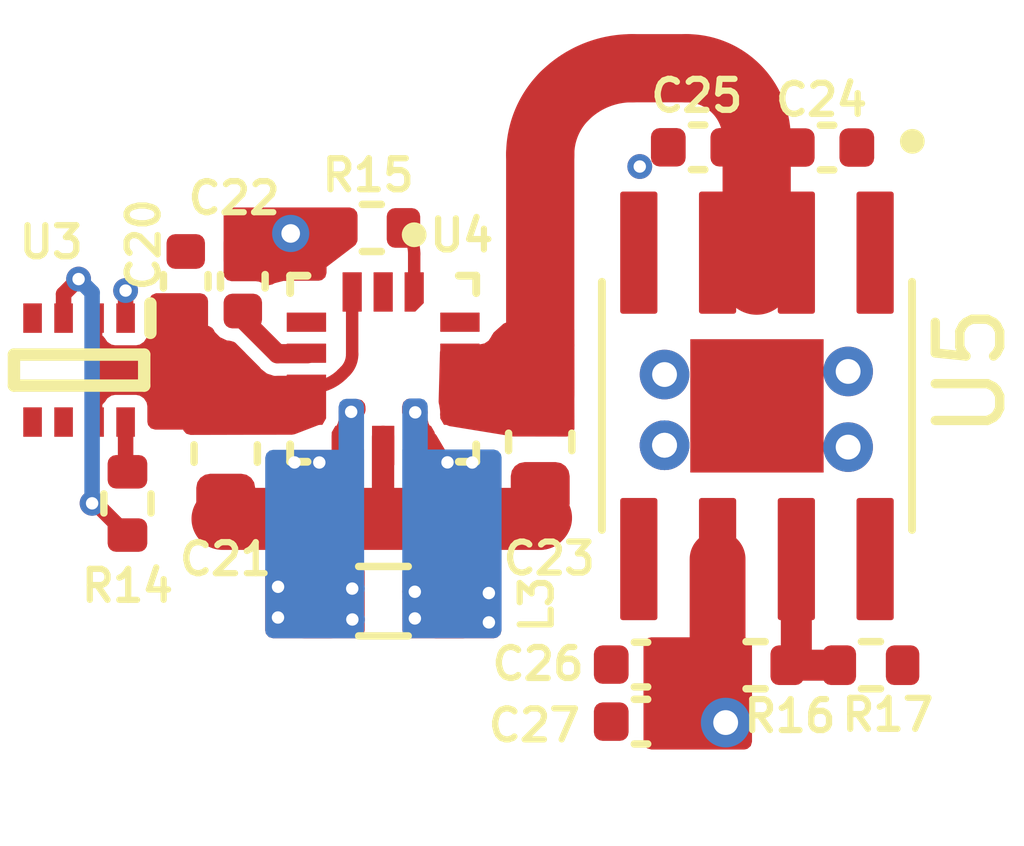
<source format=kicad_pcb>
(kicad_pcb (version 20211014) (generator pcbnew)
  (layers (0 "F.Cu" signal) (1 "In1.Cu" signal) (2 "In2.Cu" signal) (31 "B.Cu" signal) (34 "B.Paste" user) (35 "F.Paste" user) (36 "B.SilkS" user "B.Silkscreen") (37 "F.SilkS" user "F.Silkscreen") (38 "B.Mask" user) (39 "F.Mask" user) (44 "Edge.Cuts" user))
  (net 0 "")
  (net 1 "GND")
  (net 2 "+3V3")
  (net 3 "VBUS")
  (net 4 "RBUS_uC_V")
  (net 6 "/Power/BBIN")
  (net 7 "/Power/BIAS")
  (net 8 "/Power/BBOUT")
  (net 9 "/Power/LX1")
  (net 10 "/Power/LX2")
  (net 11 "/Power/SEL")
  (net 12 "/Power/FBIn")
  (net 13 "Net-(R14-Pad2)")
  (footprint "Resistor_SMD:R_0402_1005Metric" (layer "F.Cu") (at 180.817285 91.79)
    (fp_text reference "R17" (at 0.272715 0.8) (layer "F.SilkS") (effects (font (size 0.5 0.5) (thickness 0.1))))
    (fp_text value "10k")
    (fp_line (start -0.153641 0.38) (end 0.153641 0.38) (layer "F.SilkS") (width 0.12))
    (fp_line (start -0.153641 -0.38) (end 0.153641 -0.38) (layer "F.SilkS") (width 0.12))
    (pad "1" smd roundrect (at -0.51 0) (size 0.54 0.64) (layers "F.Cu" "F.Paste" "F.Mask") (net 12 "/Power/FBIn"))
    (pad "2" smd roundrect (at 0.51 0) (size 0.54 0.64) (layers "F.Cu" "F.Paste" "F.Mask") (net 1 "GND"))
  )
  (footprint "Capacitor_SMD:C_0402_1005Metric" (layer "F.Cu") (at 178.03 83.44 180)
    (fp_text reference "C25" (at 0.02 0.83) (layer "F.SilkS") (effects (font (size 0.5 0.5) (thickness 0.1))))
    (fp_text value "4.7uF")
    (fp_line (start -0.107836 -0.36) (end 0.107836 -0.36) (layer "F.SilkS") (width 0.12))
    (fp_line (start -0.107836 0.36) (end 0.107836 0.36) (layer "F.SilkS") (width 0.12))
    (pad "1" smd roundrect (at -0.48 0 180) (size 0.56 0.62) (layers "F.Cu" "F.Paste" "F.Mask") (net 8 "/Power/BBOUT"))
    (pad "2" smd roundrect (at 0.48 0 180) (size 0.56 0.62) (layers "F.Cu" "F.Paste" "F.Mask") (net 1 "GND"))
  )
  (footprint "iclr:SOTFL50P160X60-8N" (layer "F.Cu") (at 168.05 87.032 -90)
    (fp_text reference "U3" (at -2.062 0.45 180) (layer "F.SilkS") (effects (font (size 0.5 0.5) (thickness 0.1))))
    (fp_text value "LM66200DRLR" hide)
    (fp_line (start -1.075 -1.15) (end -0.6 -1.15) (layer "F.SilkS") (width 0.2))
    (fp_line (start 0.25 -1.05) (end 0.25 1.05) (layer "F.SilkS") (width 0.2))
    (fp_line (start -0.25 -1.05) (end 0.25 -1.05) (layer "F.SilkS") (width 0.2))
    (fp_line (start 0.25 1.05) (end -0.25 1.05) (layer "F.SilkS") (width 0.2))
    (fp_line (start -0.25 1.05) (end -0.25 -1.05) (layer "F.SilkS") (width 0.2))
    (pad "1" smd rect locked (at -0.838 -0.75) (size 0.3 0.475) (layers "F.Cu" "F.Paste" "F.Mask") (net 1 "GND"))
    (pad "2" smd rect locked (at -0.838 -0.25) (size 0.3 0.475) (layers "F.Cu" "F.Paste" "F.Mask") (net 6 "/Power/BBIN"))
    (pad "3" smd rect locked (at -0.838 0.25) (size 0.3 0.475) (layers "F.Cu" "F.Paste" "F.Mask") (net 3 "VBUS"))
    (pad "4" smd rect locked (at -0.838 0.75) (size 0.3 0.475) (layers "F.Cu" "F.Paste" "F.Mask") (net 1 "GND"))
    (pad "5" smd rect locked (at 0.838 0.75) (size 0.3 0.475) (layers "F.Cu" "F.Paste" "F.Mask") (net 1 "GND"))
    (pad "6" smd rect locked (at 0.838 0.25) (size 0.3 0.475) (layers "F.Cu" "F.Paste" "F.Mask") (net 4 "RBUS_uC_V"))
    (pad "7" smd rect locked (at 0.838 -0.25) (size 0.3 0.475) (layers "F.Cu" "F.Paste" "F.Mask") (net 6 "/Power/BBIN"))
    (pad "8" smd rect locked (at 0.838 -0.75) (size 0.3 0.475) (layers "F.Cu" "F.Paste" "F.Mask") (net 13 "Net-(R14-Pad2)"))
  )
  (footprint "Capacitor_SMD:C_0402_1005Metric" (layer "F.Cu") (at 177.11 92.7)
    (fp_text reference "C27" (at -1.72 0.06 180) (layer "F.SilkS") (effects (font (size 0.5 0.5) (thickness 0.1))))
    (fp_text value "0.1uF")
    (fp_line (start -0.107836 0.36) (end 0.107836 0.36) (layer "F.SilkS") (width 0.12))
    (fp_line (start -0.107836 -0.36) (end 0.107836 -0.36) (layer "F.SilkS") (width 0.12))
    (pad "1" smd roundrect (at -0.48 0) (size 0.56 0.62) (layers "F.Cu" "F.Paste" "F.Mask") (net 1 "GND"))
    (pad "2" smd roundrect (at 0.48 0) (size 0.56 0.62) (layers "F.Cu" "F.Paste" "F.Mask") (net 2 "+3V3"))
  )
  (footprint "Capacitor_SMD:C_0603_1608Metric" (layer "F.Cu") (at 175.485 88.19 -90)
    (fp_text reference "C23" (at 1.88 -0.145 180) (layer "F.SilkS") (effects (font (size 0.5 0.5) (thickness 0.1))))
    (fp_text value "22uF")
    (fp_line (start -0.14058 -0.51) (end 0.14058 -0.51) (layer "F.SilkS") (width 0.12))
    (fp_line (start -0.14058 0.51) (end 0.14058 0.51) (layer "F.SilkS") (width 0.12))
    (pad "1" smd roundrect (at -0.775 0 270) (size 0.9 0.95) (layers "F.Cu" "F.Paste" "F.Mask") (net 8 "/Power/BBOUT"))
    (pad "2" smd roundrect (at 0.775 0 270) (size 0.9 0.95) (layers "F.Cu" "F.Paste" "F.Mask") (net 1 "GND"))
  )
  (footprint "Resistor_SMD:R_0402_1005Metric" (layer "F.Cu") (at 168.83 89.182 90)
    (fp_text reference "R14" (at -1.328 0) (layer "F.SilkS") (effects (font (size 0.5 0.5) (thickness 0.1))))
    (fp_text value "10k")
    (fp_line (start -0.153641 0.38) (end 0.153641 0.38) (layer "F.SilkS") (width 0.12))
    (fp_line (start -0.153641 -0.38) (end 0.153641 -0.38) (layer "F.SilkS") (width 0.12))
    (pad "1" smd roundrect (at -0.51 0 90) (size 0.54 0.64) (layers "F.Cu" "F.Paste" "F.Mask") (net 3 "VBUS"))
    (pad "2" smd roundrect (at 0.51 0 90) (size 0.54 0.64) (layers "F.Cu" "F.Paste" "F.Mask") (net 13 "Net-(R14-Pad2)"))
  )
  (footprint "Capacitor_SMD:C_0402_1005Metric" (layer "F.Cu") (at 169.77 85.6 90)
    (fp_text reference "C20" (at 0.59 -0.68 270) (layer "F.SilkS") (effects (font (size 0.5 0.5) (thickness 0.1))))
    (fp_text value "10uF")
    (fp_line (start -0.107836 -0.36) (end 0.107836 -0.36) (layer "F.SilkS") (width 0.12))
    (fp_line (start -0.107836 0.36) (end 0.107836 0.36) (layer "F.SilkS") (width 0.12))
    (pad "1" smd roundrect (at -0.48 0 90) (size 0.56 0.62) (layers "F.Cu" "F.Paste" "F.Mask") (net 6 "/Power/BBIN"))
    (pad "2" smd roundrect (at 0.48 0 90) (size 0.56 0.62) (layers "F.Cu" "F.Paste" "F.Mask") (net 1 "GND"))
  )
  (footprint "Resistor_SMD:R_0402_1005Metric" (layer "F.Cu") (at 178.957285 91.79)
    (fp_text reference "R16" (at 0.552715 0.82) (layer "F.SilkS") (effects (font (size 0.5 0.5) (thickness 0.1))))
    (fp_text value "56k")
    (fp_line (start -0.153641 0.38) (end 0.153641 0.38) (layer "F.SilkS") (width 0.12))
    (fp_line (start -0.153641 -0.38) (end 0.153641 -0.38) (layer "F.SilkS") (width 0.12))
    (pad "1" smd roundrect (at -0.51 0) (size 0.54 0.64) (layers "F.Cu" "F.Paste" "F.Mask") (net 2 "+3V3"))
    (pad "2" smd roundrect (at 0.51 0) (size 0.54 0.64) (layers "F.Cu" "F.Paste" "F.Mask") (net 12 "/Power/FBIn"))
  )
  (footprint "Resistor_SMD:R_0402_1005Metric" (layer "F.Cu") (at 172.77 84.74 180)
    (fp_text reference "R15" (at 0.06 0.85 180) (layer "F.SilkS") (effects (font (size 0.5 0.5) (thickness 0.1))))
    (fp_text value "14k")
    (fp_line (start -0.153641 0.38) (end 0.153641 0.38) (layer "F.SilkS") (width 0.12))
    (fp_line (start -0.153641 -0.38) (end 0.153641 -0.38) (layer "F.SilkS") (width 0.12))
    (pad "1" smd roundrect (at -0.51 0 180) (size 0.54 0.64) (layers "F.Cu" "F.Paste" "F.Mask") (net 11 "/Power/SEL"))
    (pad "2" smd roundrect (at 0.51 0 180) (size 0.54 0.64) (layers "F.Cu" "F.Paste" "F.Mask") (net 1 "GND"))
  )
  (footprint "Capacitor_SMD:C_0402_1005Metric" (layer "F.Cu") (at 180.109508 83.443814)
    (fp_text reference "C24" (at -0.09 -0.77) (layer "F.SilkS") (effects (font (size 0.5 0.5) (thickness 0.1))))
    (fp_text value "10uF")
    (fp_line (start -0.107836 0.36) (end 0.107836 0.36) (layer "F.SilkS") (width 0.12))
    (fp_line (start -0.107836 -0.36) (end 0.107836 -0.36) (layer "F.SilkS") (width 0.12))
    (pad "1" smd roundrect (at -0.48 0) (size 0.56 0.62) (layers "F.Cu" "F.Paste" "F.Mask") (net 8 "/Power/BBOUT"))
    (pad "2" smd roundrect (at 0.48 0) (size 0.56 0.62) (layers "F.Cu" "F.Paste" "F.Mask") (net 1 "GND"))
  )
  (footprint "iclr:SOIC127P599X175-9N" (layer "F.Cu") (at 178.979508 87.608814 -90)
    (fp_text reference "U5" (at -0.555885 -3.440825 90) (layer "F.SilkS") (effects (font (size 1.03889 1.03889))))
    (fp_text value "SC4215")
    (fp_line (start -2 -2.5) (end 2 -2.5) (layer "F.SilkS") (width 0.127))
    (fp_line (start -2 2.5) (end 2 2.5) (layer "F.SilkS") (width 0.127))
    (fp_circle (center -4.265 -2.505) (end -4.165 -2.505) (layer "F.SilkS") (width 0.2) (fill none))
    (pad "1" smd roundrect locked (at -2.47 -1.905 270) (size 1.97 0.6) (layers "F.Cu" "F.Paste" "F.Mask") (roundrect_rratio 0.07))
    (pad "2" smd roundrect locked (at -2.47 -0.635 270) (size 1.97 0.6) (layers "F.Cu" "F.Paste" "F.Mask") (roundrect_rratio 0.07) (net 8 "/Power/BBOUT"))
    (pad "3" smd roundrect locked (at -2.47 0.635 270) (size 1.97 0.6) (layers "F.Cu" "F.Paste" "F.Mask") (roundrect_rratio 0.07) (net 8 "/Power/BBOUT"))
    (pad "4" smd roundrect locked (at -2.47 1.905 270) (size 1.97 0.6) (layers "F.Cu" "F.Paste" "F.Mask") (roundrect_rratio 0.07))
    (pad "5" smd roundrect locked (at 2.47 1.905 270) (size 1.97 0.6) (layers "F.Cu" "F.Paste" "F.Mask") (roundrect_rratio 0.07))
    (pad "6" smd roundrect locked (at 2.47 0.635 270) (size 1.97 0.6) (layers "F.Cu" "F.Paste" "F.Mask") (roundrect_rratio 0.07) (net 2 "+3V3"))
    (pad "7" smd roundrect locked (at 2.47 -0.635 270) (size 1.97 0.6) (layers "F.Cu" "F.Paste" "F.Mask") (roundrect_rratio 0.07) (net 12 "/Power/FBIn"))
    (pad "8" smd roundrect locked (at 2.47 -1.905 270) (size 1.97 0.6) (layers "F.Cu" "F.Paste" "F.Mask") (roundrect_rratio 0.07) (net 1 "GND"))
    (pad "9" smd rect locked (at 0 0) (size 2.15 2.15) (layers "F.Cu" "F.Mask") (net 1 "GND"))
  )
  (footprint "Capacitor_SMD:C_0402_1005Metric" (layer "F.Cu") (at 177.11 91.78)
    (fp_text reference "C26" (at -1.66 -0.01) (layer "F.SilkS") (effects (font (size 0.5 0.5) (thickness 0.1))))
    (fp_text value "10uF")
    (fp_line (start -0.107836 0.36) (end 0.107836 0.36) (layer "F.SilkS") (width 0.12))
    (fp_line (start -0.107836 -0.36) (end 0.107836 -0.36) (layer "F.SilkS") (width 0.12))
    (pad "1" smd roundrect (at -0.48 0) (size 0.56 0.62) (layers "F.Cu" "F.Paste" "F.Mask") (net 1 "GND"))
    (pad "2" smd roundrect (at 0.48 0) (size 0.56 0.62) (layers "F.Cu" "F.Paste" "F.Mask") (net 2 "+3V3"))
  )
  (footprint "iclr:CONV_MAX77827AEFD+T" (layer "F.Cu") (at 172.952926 87.01 -90)
    (fp_text reference "U4" (at -2.15 -1.267074 180) (layer "F.SilkS") (effects (font (size 0.5 0.5) (thickness 0.1))))
    (fp_text value "MAX77827AEFD+T")
    (fp_line (start 1.5 -1.5) (end 1.22 -1.5) (layer "F.SilkS") (width 0.127))
    (fp_line (start -1.5 -1.5) (end -1.5 -1.22) (layer "F.SilkS") (width 0.127))
    (fp_line (start 1.5 -1.5) (end 1.5 -1.22) (layer "F.SilkS") (width 0.127))
    (fp_line (start 1.5 1.5) (end 1.5 1.22) (layer "F.SilkS") (width 0.127))
    (fp_line (start -1.5 1.5) (end -1.5 1.22) (layer "F.SilkS") (width 0.127))
    (fp_line (start 1.5 1.5) (end 1.22 1.5) (layer "F.SilkS") (width 0.127))
    (fp_line (start -1.5 1.5) (end -1.22 1.5) (layer "F.SilkS") (width 0.127))
    (fp_line (start -1.5 -1.5) (end -1.22 -1.5) (layer "F.SilkS") (width 0.127))
    (fp_circle (center -2.16 -0.5) (end -2.06 -0.5) (layer "F.SilkS") (width 0.2) (fill none))
    (pad "1" smd custom (at -1.3 -0.5 270) (size 0.1 0.1) (layers "F.Cu") (net 11 "/Power/SEL") (options (clearance outline) (anchor rect)) (primitives (gr_poly (pts (xy -0.25 -0.15) (xy -0.25 0.15) (xy 0.375 0.15) (xy 0.375 -0.015) (xy 0.24 -0.15)) (width 0.01) (fill yes))))
    (pad "2" smd custom (at -1.3 0 270) (size 0.1 0.1) (layers "F.Cu") (options (clearance outline) (anchor rect)) (primitives (gr_poly (pts (xy -0.25 -0.15) (xy -0.25 0.15) (xy 0.375 0.15) (xy 0.375 -0.15)) (width 0.01) (fill yes))))
    (pad "3" smd custom (at -1.3 0.5 270) (size 0.1 0.1) (layers "F.Cu") (net 6 "/Power/BBIN") (options (clearance outline) (anchor rect)) (primitives (gr_poly (pts (xy -0.25 -0.15) (xy -0.25 0.15) (xy 0.375 0.15) (xy 0.375 -0.15)) (width 0.01) (fill yes))))
    (pad "4" smd custom (at -0.8 1.2 270) (size 0.1 0.1) (layers "F.Cu") (net 1 "GND") (options (clearance outline) (anchor rect)) (primitives (gr_poly (pts (xy -0.1 -0.275) (xy -0.1 0.35) (xy 0.2 0.35) (xy 0.2 -0.275)) (width 0.01) (fill yes))))
    (pad "5" smd custom (at -0.3 1.2 270) (size 0.1 0.1) (layers "F.Cu") (net 7 "/Power/BIAS") (options (clearance outline) (anchor rect)) (primitives (gr_poly (pts (xy -0.1 -0.275) (xy -0.1 0.35) (xy 0.2 0.35) (xy 0.2 -0.275)) (width 0.01) (fill yes))))
    (pad "6" smd custom (at 0.3 1.2 270) (size 0.1 0.1) (layers "F.Cu") (net 6 "/Power/BBIN") (options (clearance outline) (anchor rect)) (primitives (gr_poly (pts (xy -0.2 -0.275) (xy -0.2 0.35) (xy 0.6 0.35) (xy 0.6 -0.217) (xy 0.499 -0.275)) (width 0.01) (fill yes))))
    (pad "8" smd custom (at 1.1 0.6 270) (size 0.1 0.1) (layers "F.Cu") (net 9 "/Power/LX1") (options (clearance outline) (anchor rect)) (primitives (gr_poly (pts (xy -0.175 -0.125) (xy -0.175 0.167) (xy -0.074 0.225) (xy 0.45 0.225) (xy 0.45 -0.125)) (width 0.01) (fill yes))))
    (pad "9" smd custom (at 1.1 0 270) (size 0.1 0.1) (layers "F.Cu") (net 1 "GND") (options (clearance outline) (anchor rect)) (primitives (gr_poly (pts (xy -0.175 -0.175) (xy -0.175 0.175) (xy 0.45 0.175) (xy 0.45 -0.175)) (width 0.01) (fill yes))))
    (pad "10" smd custom (at 1.1 -0.7 270) (size 0.1 0.1) (layers "F.Cu") (net 10 "/Power/LX2") (options (clearance outline) (anchor rect)) (primitives (gr_poly (pts (xy -0.175 0.225) (xy -0.175 -0.067) (xy -0.074 -0.125) (xy 0.45 -0.125) (xy 0.45 0.225)) (width 0.01) (fill yes))))
    (pad "11" smd custom (at 0.5 -1.3 270) (size 0.1 0.1) (layers "F.Cu") (net 8 "/Power/BBOUT") (options (clearance outline) (anchor rect)) (primitives (gr_poly (pts (xy -0.4 0.375) (xy -0.4 -0.25) (xy 0.4 -0.25) (xy 0.4 0.317) (xy 0.299 0.375)) (width 0.01) (fill yes))))
    (pad "13" smd custom (at -0.3 -1.3 270) (size 0.1 0.1) (layers "F.Cu") (net 8 "/Power/BBOUT") (options (clearance outline) (anchor rect)) (primitives (gr_poly (pts (xy -0.1 0.375) (xy -0.1 -0.25) (xy 0.2 -0.25) (xy 0.2 0.375)) (width 0.01) (fill yes))))
    (pad "14" smd custom (at -0.8 -1.3 270) (size 0.1 0.1) (layers "F.Cu") (options (clearance outline) (anchor rect)) (primitives (gr_poly (pts (xy -0.1 0.375) (xy -0.1 -0.25) (xy 0.2 -0.25) (xy 0.2 0.375)) (width 0.01) (fill yes))))
  )
  (footprint "Capacitor_SMD:C_0603_1608Metric" (layer "F.Cu") (at 170.414377 88.377856 -90)
    (fp_text reference "C21" (at 1.702144 0.004377 180) (layer "F.SilkS") (effects (font (size 0.5 0.5) (thickness 0.1))))
    (fp_text value "10uF")
    (fp_line (start -0.14058 0.51) (end 0.14058 0.51) (layer "F.SilkS") (width 0.12))
    (fp_line (start -0.14058 -0.51) (end 0.14058 -0.51) (layer "F.SilkS") (width 0.12))
    (pad "1" smd roundrect (at -0.775 0 270) (size 0.9 0.95) (layers "F.Cu" "F.Paste" "F.Mask") (net 6 "/Power/BBIN"))
    (pad "2" smd roundrect (at 0.775 0 270) (size 0.9 0.95) (layers "F.Cu" "F.Paste" "F.Mask") (net 1 "GND"))
  )
  (footprint "Capacitor_SMD:C_0402_1005Metric" (layer "F.Cu") (at 170.69 85.6 90)
    (fp_text reference "C22" (at 1.34 -0.14 180) (layer "F.SilkS") (effects (font (size 0.5 0.5) (thickness 0.1))))
    (fp_text value "1uF")
    (fp_line (start -0.107836 0.36) (end 0.107836 0.36) (layer "F.SilkS") (width 0.12))
    (fp_line (start -0.107836 -0.36) (end 0.107836 -0.36) (layer "F.SilkS") (width 0.12))
    (pad "1" smd roundrect (at -0.48 0 90) (size 0.56 0.62) (layers "F.Cu" "F.Paste" "F.Mask") (net 7 "/Power/BIAS"))
    (pad "2" smd roundrect (at 0.48 0 90) (size 0.56 0.62) (layers "F.Cu" "F.Paste" "F.Mask") (net 1 "GND"))
  )
  (footprint "Inductor_SMD:L_0805_2012Metric" (layer "F.Cu") (at 172.957566 90.757961)
    (fp_text reference "L3" (at 2.470434 0.052039 90) (layer "F.SilkS") (effects (font (size 0.5 0.5) (thickness 0.1))))
    (fp_text value "1uH")
    (fp_line (start -0.399622 -0.56) (end 0.399622 -0.56) (layer "F.SilkS") (width 0.12))
    (fp_line (start -0.399622 0.56) (end 0.399622 0.56) (layer "F.SilkS") (width 0.12))
    (pad "1" smd roundrect (at -1.0625 0) (size 0.875 1.2) (layers "F.Cu" "F.Paste" "F.Mask") (net 9 "/Power/LX1"))
    (pad "2" smd roundrect (at 1.0625 0) (size 0.875 1.2) (layers "F.Cu" "F.Paste" "F.Mask") (net 10 "/Power/LX2"))
  )
  (segment (start 172.950705 88.10939) (end 172.950705 89.241165) (width 0.36) (layer "F.Cu") (net 1))
  (segment (start 175.481 89.431) (end 175.498 89.414) (width 1) (layer "F.Cu") (net 1))
  (segment (start 170.362537 89.431) (end 175.481 89.431) (width 1) (layer "F.Cu") (net 1))
  (segment (start 172.952926 89.241775) (end 172.944701 89.25) (width 0.25) (layer "F.Cu") (net 1))
  (segment (start 168.8 86.194) (end 168.8 85.75) (width 0.25) (layer "F.Cu") (net 1))
  (via (at 171.462 84.829) (size 0.6) (drill 0.3) (layers "F.Cu" "B.Cu") (net 1))
  (via (at 177.09 83.75) (size 0.4) (drill 0.2) (layers "F.Cu" "B.Cu") (net 1))
  (via (at 177.489508 88.243814) (size 0.8) (drill 0.4) (layers "F.Cu" "B.Cu") (net 1))
  (via (at 180.449508 88.273814) (size 0.8) (drill 0.4) (layers "F.Cu" "B.Cu") (net 1))
  (via (at 180.449508 87.053814) (size 0.8) (drill 0.4) (layers "F.Cu" "B.Cu") (net 1))
  (via (at 177.489508 88.243814) (size 0.8) (drill 0.4) (layers "F.Cu" "B.Cu") (net 1))
  (via (at 168.8 85.75) (size 0.4) (drill 0.2) (layers "F.Cu" "B.Cu") (net 1))
  (via (at 177.489508 87.103814) (size 0.8) (drill 0.4) (layers "F.Cu" "B.Cu") (net 1))
  (segment (start 178.344508 90.078814) (end 178.344508 91.687223) (width 0.9) (layer "F.Cu") (net 2))
  (via (at 178.475 92.715) (size 0.8) (drill 0.4) (layers "F.Cu" "B.Cu") (net 2))
  (segment (start 168.318 89.18) (end 168.83 89.692) (width 0.25) (layer "F.Cu") (net 3))
  (segment (start 168.26 89.18) (end 168.318 89.18) (width 0.25) (layer "F.Cu") (net 3))
  (segment (start 168.83 89.692) (end 168.888 89.692) (width 0.25) (layer "F.Cu") (net 3))
  (segment (start 167.8 86.194) (end 167.8 85.806917) (width 0.25) (layer "F.Cu") (net 3))
  (segment (start 167.8 85.806917) (end 168.042084 85.564833) (width 0.25) (layer "F.Cu") (net 3))
  (via (at 168.042084 85.564833) (size 0.4) (drill 0.2) (layers "F.Cu" "B.Cu") (net 3))
  (via (at 168.26 89.18) (size 0.4) (drill 0.2) (layers "F.Cu" "B.Cu") (net 3))
  (segment (start 168.26 85.782749) (end 168.042084 85.564833) (width 0.25) (layer "B.Cu") (net 3))
  (segment (start 168.26 89.18) (end 168.26 85.782749) (width 0.25) (layer "B.Cu") (net 3))
  (segment (start 172.452926 85.71) (end 172.452926 86.777373) (width 0.2) (layer "F.Cu") (net 6))
  (segment (start 172.34 87.05) (end 172.292132 87.097868) (width 0.2) (layer "F.Cu") (net 6))
  (segment (start 168.3 86.194) (end 168.3 87.87) (width 0.25) (layer "F.Cu") (net 6))
  (arc (start 172.292132 87.097868) (mid 172.057163 87.254869) (end 171.78 87.31) (width 0.2) (layer "F.Cu") (net 6))
  (arc (start 172.452926 86.777373) (mid 172.423577 86.924918) (end 172.34 87.05) (width 0.2) (layer "F.Cu") (net 6))
  (segment (start 170.69 86.08) (end 170.69 86.173764) (width 0.25) (layer "F.Cu") (net 7))
  (segment (start 170.671882 86.191882) (end 171.248118 86.768118) (width 0.31) (layer "F.Cu") (net 7))
  (segment (start 171.248118 86.768118) (end 171.734808 86.768118) (width 0.31) (layer "F.Cu") (net 7))
  (segment (start 170.69 86.173764) (end 170.671882 86.191882) (width 0.25) (layer "F.Cu") (net 7))
  (segment (start 176.961396 82.165) (end 177.84365 82.165) (width 1.1) (layer "F.Cu") (net 8))
  (segment (start 175.485 87.415) (end 175.485 83.556543) (width 1.1) (layer "F.Cu") (net 8))
  (segment (start 178.975 83.29635) (end 178.975 85.59) (width 1.1) (layer "F.Cu") (net 8))
  (segment (start 179.614508 85.138814) (end 178.344508 85.138814) (width 0.25) (layer "F.Cu") (net 8))
  (arc (start 177.84365 82.165) (mid 178.643635 82.496365) (end 178.975 83.29635) (width 1.1) (layer "F.Cu") (net 8))
  (arc (start 175.485 83.556543) (mid 175.586358 83.046984) (end 175.875 82.615) (width 1.1) (layer "F.Cu") (net 8))
  (arc (start 175.875 82.615) (mid 176.373442 82.281951) (end 176.961396 82.165) (width 1.1) (layer "F.Cu") (net 8))
  (via (at 171.522475 88.520596) (size 0.4) (drill 0.2) (layers "F.Cu" "B.Cu") (net 9))
  (via (at 172.454 90.555) (size 0.4) (drill 0.2) (layers "F.Cu" "B.Cu") (net 9))
  (via (at 171.923 88.522) (size 0.4) (drill 0.2) (layers "F.Cu" "B.Cu") (net 9))
  (via (at 171.258 90.526) (size 0.4) (drill 0.2) (layers "F.Cu" "B.Cu") (net 9))
  (via (at 172.456 91.053) (size 0.4) (drill 0.2) (layers "F.Cu" "B.Cu") (net 9))
  (via (at 172.436814 87.705278) (size 0.4) (drill 0.2) (layers "F.Cu" "B.Cu") (net 9))
  (via (at 171.257 91.021) (size 0.4) (drill 0.2) (layers "F.Cu" "B.Cu") (net 9))
  (via (at 173.464 91.036) (size 0.4) (drill 0.2) (layers "F.Cu" "B.Cu") (net 10))
  (via (at 173.469778 87.713517) (size 0.4) (drill 0.2) (layers "F.Cu" "B.Cu") (net 10))
  (via (at 173.99 88.52) (size 0.4) (drill 0.2) (layers "F.Cu" "B.Cu") (net 10))
  (via (at 174.657566 91.1) (size 0.4) (drill 0.2) (layers "F.Cu" "B.Cu") (net 10))
  (via (at 174.657 90.627) (size 0.4) (drill 0.2) (layers "F.Cu" "B.Cu") (net 10))
  (via (at 173.463 90.606) (size 0.4) (drill 0.2) (layers "F.Cu" "B.Cu") (net 10))
  (via (at 174.388 88.522) (size 0.4) (drill 0.2) (layers "F.Cu" "B.Cu") (net 10))
  (segment (start 173.452926 85.71) (end 173.452926 85.15748) (width 0.2) (layer "F.Cu") (net 11))
  (arc (start 173.452926 85.15748) (mid 173.407984 84.931541) (end 173.28 84.74) (width 0.2) (layer "F.Cu") (net 11))
  (segment (start 179.467285 91.79) (end 180.307285 91.79) (width 0.5) (layer "F.Cu") (net 12))
  (segment (start 179.614508 91.642777) (end 179.467285 91.79) (width 0.25) (layer "F.Cu") (net 12))
  (segment (start 179.614508 90.078814) (end 179.614508 91.642777) (width 0.5) (layer "F.Cu") (net 12))
  (segment (start 168.8 87.87) (end 168.8 88.642) (width 0.25) (layer "F.Cu") (net 13))
  (segment (start 168.8 88.642) (end 168.83 88.672) (width 0.25) (layer "F.Cu") (net 13))
  (zone (net 6) (net_name "/Power/BBIN") (layer "F.Cu") (connect_pads (clearance 0.2)) (min_thickness 0.254) (fill yes (thermal_gap 0.508) (thermal_bridge_width 0.508))
    (polygon (pts (xy 172.030647 87.914922) (xy 171.907927 87.914922) (xy 171.397541 87.912641) (xy 171.397541 87.104182) (xy 172.030646 87.104182)))
  )
  (zone (net 1) (net_name "GND") (layer "F.Cu") (priority 5) (connect_pads yes (clearance 0.2)) (min_thickness 0.254) (fill yes (thermal_gap 0.508) (thermal_bridge_width 0.508) (smoothing fillet) (radius 0.1) (island_removal_mode 2) (island_area_min 0))
    (polygon (pts (xy 172.54 84.99) (xy 172.04 85.37) (xy 172.04 86.43) (xy 171.4125 86.4175) (xy 171.025 85.915) (xy 170.38 85.92) (xy 170.38 84.41) (xy 172.54 84.41)))
  )
  (zone (net 6) (net_name "/Power/BBIN") (layer "F.Cu") (connect_pads yes (clearance 0)) (min_thickness 0.254) (fill yes (thermal_gap 0.508) (thermal_bridge_width 0.508))
    (polygon (pts (xy 171.293 87.089) (xy 171.398 87.104) (xy 171.785 87.448) (xy 171.964 87.898) (xy 171.506 88.074) (xy 169.73088 88.077482) (xy 169.731 86.368985) (xy 170.587 86.369)))
  )
  (zone (net 8) (net_name "/Power/BBOUT") (layer "F.Cu") (connect_pads yes (clearance 0)) (min_thickness 0.254) (fill yes (thermal_gap 0.508) (thermal_bridge_width 0.508) (smoothing fillet) (radius 0.1))
    (polygon (pts (xy 176.032883 86.262002) (xy 176.033174 86.649475) (xy 174.472291 86.659473) (xy 174.92 86.26)))
  )
  (zone (net 8) (net_name "/Power/BBOUT") (layer "F.Cu") (connect_pads yes (clearance 0)) (min_thickness 0.254) (fill yes (thermal_gap 0.508) (thermal_bridge_width 0.508) (smoothing fillet) (radius 0.1))
    (polygon (pts (xy 175.18 86.61) (xy 176.033 86.612) (xy 176.037475 88.104499) (xy 175.048 88.103) (xy 173.837 87.905) (xy 173.872 86.604)))
  )
  (zone (net 2) (net_name "+3V3") (layer "F.Cu") (connect_pads yes (clearance 0.2)) (min_thickness 0.254) (fill yes (thermal_gap 0.508) (thermal_bridge_width 0.508) (smoothing fillet) (radius 0.1))
    (polygon (pts (xy 178.9 93.15) (xy 177.15 93.15) (xy 177.15 91.34) (xy 178.9 91.34)))
  )
  (zone (net 6) (net_name "/Power/BBIN") (layer "F.Cu") (connect_pads yes (clearance 0.2)) (min_thickness 0.254) (fill yes (thermal_gap 0.508) (thermal_bridge_width 0.508))
    (polygon (pts (xy 170.73 87.992) (xy 168.23 87.992) (xy 168.23 85.792) (xy 170.73 85.792)))
  )
  (zone (net 0) (net_name "") (layer "F.Cu") (name "gnda connection override") (connect_pads yes (clearance 0)) (min_thickness 0.254)
    (keepout (tracks not_allowed) (vias not_allowed) (pads not_allowed) (copperpour not_allowed) (footprints allowed))
    (fill (thermal_gap 0.508) (thermal_bridge_width 0.508) (island_removal_mode 2) (island_area_min 0))
    (polygon (pts (xy 172.539444 84.409895) (xy 170.379127 84.409894) (xy 170.379127 84.159894) (xy 172.539444 84.159895)))
  )
  (zone (net 10) (net_name "/Power/LX2") (layer "F.Cu") (connect_pads yes (clearance 0)) (min_thickness 0.254) (fill yes (thermal_gap 0.508) (thermal_bridge_width 0.508) (smoothing fillet) (radius 0.1))
    (polygon (pts (xy 174.601467 88.720398) (xy 173.423026 88.721398) (xy 173.423 88.319) (xy 174.6 88.319)))
  )
  (zone (net 10) (net_name "/Power/LX2") (layer "F.Cu") (connect_pads yes (clearance 0)) (min_thickness 0.254) (fill yes (thermal_gap 0.508) (thermal_bridge_width 0.508) (smoothing fillet) (radius 0.1))
    (polygon (pts (xy 174.861 91.356) (xy 173.262 91.356) (xy 173.262 90.156) (xy 174.861 90.156)))
  )
  (zone (net 10) (net_name "/Power/LX2") (layer "F.Cu") (connect_pads yes (clearance 0)) (min_thickness 0.254) (fill yes (thermal_gap 0.508) (thermal_bridge_width 0.508) (smoothing fillet) (radius 0.1))
    (polygon (pts (xy 173.689811 87.72734) (xy 173.708 87.871) (xy 173.723 87.933) (xy 173.974 88.358) (xy 173.424 88.358) (xy 173.423 87.936) (xy 173.258178 87.811032) (xy 173.257178 87.491032) (xy 173.621811 87.48934)))
  )
  (zone (net 9) (net_name "/Power/LX1") (layer "F.Cu") (connect_pads (clearance 0)) (min_thickness 0.254) (fill yes (thermal_gap 0.508) (thermal_bridge_width 0.508) (smoothing fillet) (radius 0.1))
    (polygon (pts (xy 172.655 91.356) (xy 171.051 91.356) (xy 171.051 90.156) (xy 172.655 90.156)))
  )
  (zone (net 9) (net_name "/Power/LX1") (layer "F.Cu") (connect_pads yes (clearance 0)) (min_thickness 0.254) (fill yes (thermal_gap 0.508) (thermal_bridge_width 0.508) (smoothing fillet) (radius 0.1))
    (polygon (pts (xy 172.484464 88.721034) (xy 171.306023 88.722034) (xy 171.305997 88.319636) (xy 172.482997 88.319636)))
  )
  (zone (net 0) (net_name "") (layer "F.Cu") (name "gnda connection override") (connect_pads yes (clearance 0)) (min_thickness 0.254)
    (keepout (tracks not_allowed) (vias not_allowed) (pads not_allowed) (copperpour not_allowed) (footprints allowed))
    (fill (thermal_gap 0.508) (thermal_bridge_width 0.508) (island_removal_mode 2) (island_area_min 0))
    (polygon (pts (xy 170.379734 84.159808) (xy 170.379733 86.320125) (xy 170.129733 86.320125) (xy 170.129734 84.159808)))
  )
  (zone (net 9) (net_name "/Power/LX1") (layer "F.Cu") (connect_pads yes (clearance 0)) (min_thickness 0.254) (fill yes (thermal_gap 0.508) (thermal_bridge_width 0.508) (smoothing fillet) (radius 0.1))
    (polygon (pts (xy 172.671279 87.706768) (xy 172.481 88.005) (xy 172.483 88.416) (xy 172.124 88.416) (xy 172.123 88.044) (xy 172.234 87.804) (xy 172.231 87.532) (xy 172.230861 87.499255) (xy 172.661708 87.497743)))
  )
  (zone (net 10) (net_name "/Power/LX2") (layer "B.Cu") (connect_pads (clearance 0)) (min_thickness 0.254) (fill yes (thermal_gap 0.508) (thermal_bridge_width 0.508) (smoothing fillet) (radius 0.1))
    (polygon (pts (xy 174.861976 91.35478) (xy 173.262548 91.35478) (xy 173.262549 88.312211) (xy 174.861977 88.312211)))
  )
  (zone (net 9) (net_name "/Power/LX1") (layer "B.Cu") (connect_pads (clearance 0)) (min_thickness 0.254) (fill yes (thermal_gap 0.508) (thermal_bridge_width 0.508) (smoothing fillet) (radius 0.1))
    (polygon (pts (xy 172.645 91.356) (xy 171.051 91.356) (xy 171.051 88.317417) (xy 172.645 88.317417)))
  )
  (zone (net 9) (net_name "/Power/LX1") (layer "B.Cu") (connect_pads yes (clearance 0)) (min_thickness 0.254) (fill yes (thermal_gap 0.508) (thermal_bridge_width 0.508) (smoothing fillet) (radius 0.1))
    (polygon (pts (xy 172.645156 90.745063) (xy 172.235089 90.745096) (xy 172.234186 87.495249) (xy 172.644253 87.493216)))
  )
  (zone (net 10) (net_name "/Power/LX2") (layer "B.Cu") (connect_pads yes (clearance 0)) (min_thickness 0.254) (fill yes (thermal_gap 0.508) (thermal_bridge_width 0.508) (smoothing fillet) (radius 0.1))
    (polygon (pts (xy 173.672642 90.731046) (xy 173.262575 90.731079) (xy 173.261717 87.490383) (xy 173.671784 87.48835)))
  )
)
</source>
